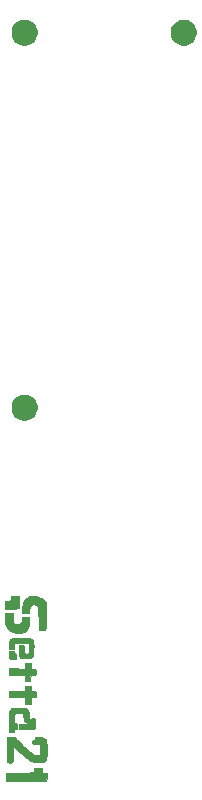
<source format=gts>
G04 #@! TF.GenerationSoftware,KiCad,Pcbnew,(5.1.5)-3*
G04 #@! TF.CreationDate,2021-03-06T01:37:59+09:00*
G04 #@! TF.ProjectId,Setta21_Top,53657474-6132-4315-9f54-6f702e6b6963,rev?*
G04 #@! TF.SameCoordinates,Original*
G04 #@! TF.FileFunction,Soldermask,Top*
G04 #@! TF.FilePolarity,Negative*
%FSLAX46Y46*%
G04 Gerber Fmt 4.6, Leading zero omitted, Abs format (unit mm)*
G04 Created by KiCad (PCBNEW (5.1.5)-3) date 2021-03-06 01:37:59*
%MOMM*%
%LPD*%
G04 APERTURE LIST*
%ADD10C,0.010000*%
%ADD11C,0.100000*%
G04 APERTURE END LIST*
D10*
G36*
X176391678Y-110804789D02*
G01*
X176375391Y-110973494D01*
X176347049Y-111145219D01*
X176310039Y-111298290D01*
X176279045Y-111386852D01*
X176199903Y-111519609D01*
X176088118Y-111640325D01*
X175960138Y-111733736D01*
X175856836Y-111778637D01*
X175734749Y-111801534D01*
X175579074Y-111813935D01*
X175408099Y-111816083D01*
X175240112Y-111808222D01*
X175093400Y-111790596D01*
X174996337Y-111767174D01*
X174790174Y-111670315D01*
X174616215Y-111538008D01*
X174481066Y-111377281D01*
X174391336Y-111195159D01*
X174365136Y-111096011D01*
X174355577Y-111019570D01*
X174347936Y-110908477D01*
X174342320Y-110774257D01*
X174338837Y-110628432D01*
X174337593Y-110482526D01*
X174338695Y-110348061D01*
X174342252Y-110236562D01*
X174348369Y-110159552D01*
X174356148Y-110129259D01*
X174390374Y-110121710D01*
X174468830Y-110115606D01*
X174579304Y-110111633D01*
X174690674Y-110110444D01*
X175006384Y-110110444D01*
X175024637Y-110326369D01*
X175034047Y-110462617D01*
X175040638Y-110605638D01*
X175042889Y-110715200D01*
X175061159Y-110871202D01*
X175117035Y-110985347D01*
X175212119Y-111059250D01*
X175348009Y-111094523D01*
X175422902Y-111098222D01*
X175515167Y-111090312D01*
X175587146Y-111058740D01*
X175654583Y-111003953D01*
X175711410Y-110946233D01*
X175745837Y-110889794D01*
X175766634Y-110814650D01*
X175780699Y-110716555D01*
X175795325Y-110616687D01*
X175811401Y-110539841D01*
X175825472Y-110502515D01*
X175825586Y-110502402D01*
X175861477Y-110495203D01*
X175940054Y-110493178D01*
X176047786Y-110496413D01*
X176115333Y-110500521D01*
X176383444Y-110519666D01*
X176392523Y-110660777D01*
X176391678Y-110804789D01*
G37*
X176391678Y-110804789D02*
X176375391Y-110973494D01*
X176347049Y-111145219D01*
X176310039Y-111298290D01*
X176279045Y-111386852D01*
X176199903Y-111519609D01*
X176088118Y-111640325D01*
X175960138Y-111733736D01*
X175856836Y-111778637D01*
X175734749Y-111801534D01*
X175579074Y-111813935D01*
X175408099Y-111816083D01*
X175240112Y-111808222D01*
X175093400Y-111790596D01*
X174996337Y-111767174D01*
X174790174Y-111670315D01*
X174616215Y-111538008D01*
X174481066Y-111377281D01*
X174391336Y-111195159D01*
X174365136Y-111096011D01*
X174355577Y-111019570D01*
X174347936Y-110908477D01*
X174342320Y-110774257D01*
X174338837Y-110628432D01*
X174337593Y-110482526D01*
X174338695Y-110348061D01*
X174342252Y-110236562D01*
X174348369Y-110159552D01*
X174356148Y-110129259D01*
X174390374Y-110121710D01*
X174468830Y-110115606D01*
X174579304Y-110111633D01*
X174690674Y-110110444D01*
X175006384Y-110110444D01*
X175024637Y-110326369D01*
X175034047Y-110462617D01*
X175040638Y-110605638D01*
X175042889Y-110715200D01*
X175061159Y-110871202D01*
X175117035Y-110985347D01*
X175212119Y-111059250D01*
X175348009Y-111094523D01*
X175422902Y-111098222D01*
X175515167Y-111090312D01*
X175587146Y-111058740D01*
X175654583Y-111003953D01*
X175711410Y-110946233D01*
X175745837Y-110889794D01*
X175766634Y-110814650D01*
X175780699Y-110716555D01*
X175795325Y-110616687D01*
X175811401Y-110539841D01*
X175825472Y-110502515D01*
X175825586Y-110502402D01*
X175861477Y-110495203D01*
X175940054Y-110493178D01*
X176047786Y-110496413D01*
X176115333Y-110500521D01*
X176383444Y-110519666D01*
X176392523Y-110660777D01*
X176391678Y-110804789D01*
G36*
X175521235Y-109395058D02*
G01*
X175516783Y-109550846D01*
X175509076Y-109657889D01*
X175497881Y-109720000D01*
X175488800Y-109737911D01*
X175454440Y-109751084D01*
X175378675Y-109760823D01*
X175257572Y-109767357D01*
X175087201Y-109770917D01*
X174910245Y-109771777D01*
X174365556Y-109771777D01*
X174365556Y-109466037D01*
X174367196Y-109339889D01*
X174371637Y-109235374D01*
X174378157Y-109164931D01*
X174384370Y-109141481D01*
X174421562Y-109130381D01*
X174494506Y-109123624D01*
X174537755Y-109122666D01*
X174635315Y-109116951D01*
X174720587Y-109102592D01*
X174743402Y-109095643D01*
X174781572Y-109076169D01*
X174803983Y-109044507D01*
X174815851Y-108986295D01*
X174822395Y-108887166D01*
X174822850Y-108876921D01*
X174831222Y-108685222D01*
X175176944Y-108677298D01*
X175522667Y-108669373D01*
X175522667Y-109186709D01*
X175521235Y-109395058D01*
G37*
X175521235Y-109395058D02*
X175516783Y-109550846D01*
X175509076Y-109657889D01*
X175497881Y-109720000D01*
X175488800Y-109737911D01*
X175454440Y-109751084D01*
X175378675Y-109760823D01*
X175257572Y-109767357D01*
X175087201Y-109770917D01*
X174910245Y-109771777D01*
X174365556Y-109771777D01*
X174365556Y-109466037D01*
X174367196Y-109339889D01*
X174371637Y-109235374D01*
X174378157Y-109164931D01*
X174384370Y-109141481D01*
X174421562Y-109130381D01*
X174494506Y-109123624D01*
X174537755Y-109122666D01*
X174635315Y-109116951D01*
X174720587Y-109102592D01*
X174743402Y-109095643D01*
X174781572Y-109076169D01*
X174803983Y-109044507D01*
X174815851Y-108986295D01*
X174822395Y-108887166D01*
X174822850Y-108876921D01*
X174831222Y-108685222D01*
X175176944Y-108677298D01*
X175522667Y-108669373D01*
X175522667Y-109186709D01*
X175521235Y-109395058D01*
G36*
X177893164Y-123777055D02*
G01*
X177890879Y-123849077D01*
X177884986Y-123956415D01*
X177876663Y-124078145D01*
X177874870Y-124101611D01*
X177856745Y-124334444D01*
X174704222Y-124334444D01*
X174704222Y-124223221D01*
X174697662Y-124148073D01*
X174681368Y-124099904D01*
X174676000Y-124094555D01*
X174658102Y-124107983D01*
X174648705Y-124169477D01*
X174647778Y-124206664D01*
X174638047Y-124302782D01*
X174604126Y-124351704D01*
X174538918Y-124360029D01*
X174492493Y-124351061D01*
X174462245Y-124341688D01*
X174442188Y-124324895D01*
X174430228Y-124290536D01*
X174424272Y-124228461D01*
X174422227Y-124128525D01*
X174422000Y-124009351D01*
X174422000Y-123685333D01*
X174965278Y-123685268D01*
X174972333Y-123685235D01*
X174972333Y-123826444D01*
X174934917Y-123849035D01*
X174930000Y-123868777D01*
X174952591Y-123906194D01*
X174972333Y-123911111D01*
X174972333Y-124136889D01*
X174937209Y-124151208D01*
X174935409Y-124167227D01*
X174964545Y-124196386D01*
X174972333Y-124197566D01*
X175005425Y-124175595D01*
X175009257Y-124167227D01*
X174995634Y-124141493D01*
X174972333Y-124136889D01*
X174972333Y-123911111D01*
X175009750Y-123888520D01*
X175014667Y-123868777D01*
X174992076Y-123831361D01*
X174972333Y-123826444D01*
X174972333Y-123685235D01*
X175167502Y-123684320D01*
X175406678Y-123681720D01*
X175663347Y-123677770D01*
X175918051Y-123672771D01*
X176151332Y-123667025D01*
X176163576Y-123666682D01*
X176818597Y-123648160D01*
X176826798Y-123448024D01*
X176835000Y-123247889D01*
X177138389Y-123239878D01*
X177441778Y-123231868D01*
X177441778Y-123402156D01*
X177450939Y-123532204D01*
X177484199Y-123616652D01*
X177550222Y-123664193D01*
X177657671Y-123683522D01*
X177724000Y-123685333D01*
X177893333Y-123685333D01*
X177893164Y-123777055D01*
G37*
X177893164Y-123777055D02*
X177890879Y-123849077D01*
X177884986Y-123956415D01*
X177876663Y-124078145D01*
X177874870Y-124101611D01*
X177856745Y-124334444D01*
X174704222Y-124334444D01*
X174704222Y-124223221D01*
X174697662Y-124148073D01*
X174681368Y-124099904D01*
X174676000Y-124094555D01*
X174658102Y-124107983D01*
X174648705Y-124169477D01*
X174647778Y-124206664D01*
X174638047Y-124302782D01*
X174604126Y-124351704D01*
X174538918Y-124360029D01*
X174492493Y-124351061D01*
X174462245Y-124341688D01*
X174442188Y-124324895D01*
X174430228Y-124290536D01*
X174424272Y-124228461D01*
X174422227Y-124128525D01*
X174422000Y-124009351D01*
X174422000Y-123685333D01*
X174965278Y-123685268D01*
X174972333Y-123685235D01*
X174972333Y-123826444D01*
X174934917Y-123849035D01*
X174930000Y-123868777D01*
X174952591Y-123906194D01*
X174972333Y-123911111D01*
X174972333Y-124136889D01*
X174937209Y-124151208D01*
X174935409Y-124167227D01*
X174964545Y-124196386D01*
X174972333Y-124197566D01*
X175005425Y-124175595D01*
X175009257Y-124167227D01*
X174995634Y-124141493D01*
X174972333Y-124136889D01*
X174972333Y-123911111D01*
X175009750Y-123888520D01*
X175014667Y-123868777D01*
X174992076Y-123831361D01*
X174972333Y-123826444D01*
X174972333Y-123685235D01*
X175167502Y-123684320D01*
X175406678Y-123681720D01*
X175663347Y-123677770D01*
X175918051Y-123672771D01*
X176151332Y-123667025D01*
X176163576Y-123666682D01*
X176818597Y-123648160D01*
X176826798Y-123448024D01*
X176835000Y-123247889D01*
X177138389Y-123239878D01*
X177441778Y-123231868D01*
X177441778Y-123402156D01*
X177450939Y-123532204D01*
X177484199Y-123616652D01*
X177550222Y-123664193D01*
X177657671Y-123683522D01*
X177724000Y-123685333D01*
X177893333Y-123685333D01*
X177893164Y-123777055D01*
G36*
X177864590Y-121723889D02*
G01*
X177864193Y-121971226D01*
X177862480Y-122168546D01*
X177858343Y-122322273D01*
X177850674Y-122438834D01*
X177838363Y-122524655D01*
X177820304Y-122586160D01*
X177795388Y-122629778D01*
X177762506Y-122661932D01*
X177720551Y-122689049D01*
X177695778Y-122702752D01*
X177656671Y-122721625D01*
X177613813Y-122734919D01*
X177558079Y-122743145D01*
X177480343Y-122746812D01*
X177371480Y-122746428D01*
X177222364Y-122742504D01*
X177074889Y-122737410D01*
X176905404Y-122729875D01*
X176752609Y-122720449D01*
X176626594Y-122709964D01*
X176537450Y-122699250D01*
X176496333Y-122689734D01*
X176469175Y-122674680D01*
X176437698Y-122653952D01*
X176397206Y-122623558D01*
X176343003Y-122579506D01*
X176270392Y-122517804D01*
X176174678Y-122434459D01*
X176051165Y-122325479D01*
X175895156Y-122186872D01*
X175701954Y-122014645D01*
X175696799Y-122010045D01*
X175544172Y-121874281D01*
X175404200Y-121750568D01*
X175282721Y-121644002D01*
X175185574Y-121559681D01*
X175118597Y-121502701D01*
X175087629Y-121478159D01*
X175087321Y-121477979D01*
X175075005Y-121482443D01*
X175064844Y-121514755D01*
X175056367Y-121580385D01*
X175049100Y-121684802D01*
X175042570Y-121833475D01*
X175036305Y-122031874D01*
X175034862Y-122084727D01*
X175018123Y-122711607D01*
X174944266Y-122775137D01*
X174843503Y-122827565D01*
X174727311Y-122836123D01*
X174613142Y-122802819D01*
X174518448Y-122729660D01*
X174515183Y-122725777D01*
X174505383Y-122699208D01*
X174497384Y-122642753D01*
X174491046Y-122552229D01*
X174486229Y-122423450D01*
X174482792Y-122252233D01*
X174480593Y-122034392D01*
X174479493Y-121765745D01*
X174479342Y-121660389D01*
X174478444Y-120637333D01*
X174873556Y-120637333D01*
X174873556Y-122528222D01*
X174846153Y-122549698D01*
X174845333Y-122556444D01*
X174866810Y-122583846D01*
X174873556Y-122584666D01*
X174900958Y-122563190D01*
X174901778Y-122556444D01*
X174880301Y-122529042D01*
X174873556Y-122528222D01*
X174873556Y-120637333D01*
X175097449Y-120637333D01*
X175246558Y-120768518D01*
X175304680Y-120820955D01*
X175397299Y-120906126D01*
X175517907Y-121017972D01*
X175659998Y-121150436D01*
X175817063Y-121297461D01*
X175982597Y-121452990D01*
X176042431Y-121509351D01*
X176203813Y-121660817D01*
X176354230Y-121800745D01*
X176488201Y-121924136D01*
X176600247Y-122025986D01*
X176684886Y-122101295D01*
X176736639Y-122145060D01*
X176747987Y-122153277D01*
X176808057Y-122171079D01*
X176904871Y-122182936D01*
X177018969Y-122188111D01*
X177130893Y-122185869D01*
X177221183Y-122175475D01*
X177237167Y-122171767D01*
X177261810Y-122163143D01*
X177279068Y-122146775D01*
X177290241Y-122113787D01*
X177296633Y-122055303D01*
X177299544Y-121962448D01*
X177300276Y-121826345D01*
X177300235Y-121741764D01*
X177298378Y-121592161D01*
X177293566Y-121460886D01*
X177286450Y-121359162D01*
X177277681Y-121298213D01*
X177273899Y-121287831D01*
X177241573Y-121266128D01*
X177171521Y-121250432D01*
X177056435Y-121239469D01*
X176970942Y-121234980D01*
X176841676Y-121226366D01*
X176742216Y-121213667D01*
X176683436Y-121198480D01*
X176673154Y-121191259D01*
X176655940Y-121131679D01*
X176653404Y-121048145D01*
X176666152Y-120971364D01*
X176668686Y-120964197D01*
X176708363Y-120929879D01*
X176764008Y-120919555D01*
X176843990Y-120902775D01*
X176890890Y-120847308D01*
X176910114Y-120764333D01*
X176919667Y-120679666D01*
X177216000Y-120671511D01*
X177417509Y-120673216D01*
X177572035Y-120692288D01*
X177686950Y-120730878D01*
X177769627Y-120791138D01*
X177810950Y-120845191D01*
X177826887Y-120874988D01*
X177839347Y-120910532D01*
X177848751Y-120958694D01*
X177855517Y-121026345D01*
X177860065Y-121120358D01*
X177862815Y-121247602D01*
X177864186Y-121414951D01*
X177864597Y-121629275D01*
X177864590Y-121723889D01*
G37*
X177864590Y-121723889D02*
X177864193Y-121971226D01*
X177862480Y-122168546D01*
X177858343Y-122322273D01*
X177850674Y-122438834D01*
X177838363Y-122524655D01*
X177820304Y-122586160D01*
X177795388Y-122629778D01*
X177762506Y-122661932D01*
X177720551Y-122689049D01*
X177695778Y-122702752D01*
X177656671Y-122721625D01*
X177613813Y-122734919D01*
X177558079Y-122743145D01*
X177480343Y-122746812D01*
X177371480Y-122746428D01*
X177222364Y-122742504D01*
X177074889Y-122737410D01*
X176905404Y-122729875D01*
X176752609Y-122720449D01*
X176626594Y-122709964D01*
X176537450Y-122699250D01*
X176496333Y-122689734D01*
X176469175Y-122674680D01*
X176437698Y-122653952D01*
X176397206Y-122623558D01*
X176343003Y-122579506D01*
X176270392Y-122517804D01*
X176174678Y-122434459D01*
X176051165Y-122325479D01*
X175895156Y-122186872D01*
X175701954Y-122014645D01*
X175696799Y-122010045D01*
X175544172Y-121874281D01*
X175404200Y-121750568D01*
X175282721Y-121644002D01*
X175185574Y-121559681D01*
X175118597Y-121502701D01*
X175087629Y-121478159D01*
X175087321Y-121477979D01*
X175075005Y-121482443D01*
X175064844Y-121514755D01*
X175056367Y-121580385D01*
X175049100Y-121684802D01*
X175042570Y-121833475D01*
X175036305Y-122031874D01*
X175034862Y-122084727D01*
X175018123Y-122711607D01*
X174944266Y-122775137D01*
X174843503Y-122827565D01*
X174727311Y-122836123D01*
X174613142Y-122802819D01*
X174518448Y-122729660D01*
X174515183Y-122725777D01*
X174505383Y-122699208D01*
X174497384Y-122642753D01*
X174491046Y-122552229D01*
X174486229Y-122423450D01*
X174482792Y-122252233D01*
X174480593Y-122034392D01*
X174479493Y-121765745D01*
X174479342Y-121660389D01*
X174478444Y-120637333D01*
X174873556Y-120637333D01*
X174873556Y-122528222D01*
X174846153Y-122549698D01*
X174845333Y-122556444D01*
X174866810Y-122583846D01*
X174873556Y-122584666D01*
X174900958Y-122563190D01*
X174901778Y-122556444D01*
X174880301Y-122529042D01*
X174873556Y-122528222D01*
X174873556Y-120637333D01*
X175097449Y-120637333D01*
X175246558Y-120768518D01*
X175304680Y-120820955D01*
X175397299Y-120906126D01*
X175517907Y-121017972D01*
X175659998Y-121150436D01*
X175817063Y-121297461D01*
X175982597Y-121452990D01*
X176042431Y-121509351D01*
X176203813Y-121660817D01*
X176354230Y-121800745D01*
X176488201Y-121924136D01*
X176600247Y-122025986D01*
X176684886Y-122101295D01*
X176736639Y-122145060D01*
X176747987Y-122153277D01*
X176808057Y-122171079D01*
X176904871Y-122182936D01*
X177018969Y-122188111D01*
X177130893Y-122185869D01*
X177221183Y-122175475D01*
X177237167Y-122171767D01*
X177261810Y-122163143D01*
X177279068Y-122146775D01*
X177290241Y-122113787D01*
X177296633Y-122055303D01*
X177299544Y-121962448D01*
X177300276Y-121826345D01*
X177300235Y-121741764D01*
X177298378Y-121592161D01*
X177293566Y-121460886D01*
X177286450Y-121359162D01*
X177277681Y-121298213D01*
X177273899Y-121287831D01*
X177241573Y-121266128D01*
X177171521Y-121250432D01*
X177056435Y-121239469D01*
X176970942Y-121234980D01*
X176841676Y-121226366D01*
X176742216Y-121213667D01*
X176683436Y-121198480D01*
X176673154Y-121191259D01*
X176655940Y-121131679D01*
X176653404Y-121048145D01*
X176666152Y-120971364D01*
X176668686Y-120964197D01*
X176708363Y-120929879D01*
X176764008Y-120919555D01*
X176843990Y-120902775D01*
X176890890Y-120847308D01*
X176910114Y-120764333D01*
X176919667Y-120679666D01*
X177216000Y-120671511D01*
X177417509Y-120673216D01*
X177572035Y-120692288D01*
X177686950Y-120730878D01*
X177769627Y-120791138D01*
X177810950Y-120845191D01*
X177826887Y-120874988D01*
X177839347Y-120910532D01*
X177848751Y-120958694D01*
X177855517Y-121026345D01*
X177860065Y-121120358D01*
X177862815Y-121247602D01*
X177864186Y-121414951D01*
X177864597Y-121629275D01*
X177864590Y-121723889D01*
G36*
X176757934Y-113136738D02*
G01*
X176757668Y-113151413D01*
X176753645Y-113347452D01*
X176749164Y-113495315D01*
X176743371Y-113603265D01*
X176735409Y-113679569D01*
X176724425Y-113732492D01*
X176709562Y-113770301D01*
X176690504Y-113800524D01*
X176620316Y-113876772D01*
X176532703Y-113930323D01*
X176417736Y-113964321D01*
X176265490Y-113981912D01*
X176104091Y-113986303D01*
X175909480Y-113980611D01*
X175763243Y-113961067D01*
X175658552Y-113925592D01*
X175588578Y-113872105D01*
X175554799Y-113818978D01*
X175541725Y-113760237D01*
X175531720Y-113652265D01*
X175525227Y-113502215D01*
X175522686Y-113317239D01*
X175522667Y-113298227D01*
X175522667Y-112848000D01*
X175716931Y-112848000D01*
X175805411Y-112848864D01*
X175867444Y-112857132D01*
X175907737Y-112881312D01*
X175931000Y-112929916D01*
X175941943Y-113011453D01*
X175945275Y-113134435D01*
X175945615Y-113261258D01*
X175946888Y-113399461D01*
X175954426Y-113490862D01*
X175974475Y-113545102D01*
X176013278Y-113571824D01*
X176077081Y-113580670D01*
X176152919Y-113581345D01*
X176228175Y-113579286D01*
X176281881Y-113568241D01*
X176318013Y-113539946D01*
X176340550Y-113486134D01*
X176353468Y-113398543D01*
X176360743Y-113268906D01*
X176364836Y-113140952D01*
X176368744Y-112984327D01*
X176369160Y-112874491D01*
X176365184Y-112801848D01*
X176355917Y-112756802D01*
X176340460Y-112729756D01*
X176325019Y-112716061D01*
X176288993Y-112701499D01*
X176222624Y-112691221D01*
X176119385Y-112684819D01*
X175972753Y-112681887D01*
X175778328Y-112682005D01*
X175610477Y-112684112D01*
X175456829Y-112687852D01*
X175328571Y-112692811D01*
X175236894Y-112698580D01*
X175198111Y-112703348D01*
X175113444Y-112721352D01*
X175085222Y-113229000D01*
X174661889Y-113229000D01*
X174655002Y-112918555D01*
X174653795Y-112765189D01*
X174658952Y-112655543D01*
X174671702Y-112577124D01*
X174693274Y-112517441D01*
X174694767Y-112514402D01*
X174744554Y-112433006D01*
X174808368Y-112367555D01*
X174892062Y-112316646D01*
X175001488Y-112278877D01*
X175142498Y-112252845D01*
X175320943Y-112237149D01*
X175542677Y-112230385D01*
X175813551Y-112231152D01*
X175872956Y-112232066D01*
X176061415Y-112235616D01*
X176202783Y-112239702D01*
X176306411Y-112245444D01*
X176381649Y-112253966D01*
X176437849Y-112266389D01*
X176484359Y-112283834D01*
X176530532Y-112307424D01*
X176538667Y-112311929D01*
X176610427Y-112355121D01*
X176665465Y-112399905D01*
X176705807Y-112454043D01*
X176733476Y-112525299D01*
X176750498Y-112621434D01*
X176758899Y-112750210D01*
X176760703Y-112919391D01*
X176757934Y-113136738D01*
G37*
X176757934Y-113136738D02*
X176757668Y-113151413D01*
X176753645Y-113347452D01*
X176749164Y-113495315D01*
X176743371Y-113603265D01*
X176735409Y-113679569D01*
X176724425Y-113732492D01*
X176709562Y-113770301D01*
X176690504Y-113800524D01*
X176620316Y-113876772D01*
X176532703Y-113930323D01*
X176417736Y-113964321D01*
X176265490Y-113981912D01*
X176104091Y-113986303D01*
X175909480Y-113980611D01*
X175763243Y-113961067D01*
X175658552Y-113925592D01*
X175588578Y-113872105D01*
X175554799Y-113818978D01*
X175541725Y-113760237D01*
X175531720Y-113652265D01*
X175525227Y-113502215D01*
X175522686Y-113317239D01*
X175522667Y-113298227D01*
X175522667Y-112848000D01*
X175716931Y-112848000D01*
X175805411Y-112848864D01*
X175867444Y-112857132D01*
X175907737Y-112881312D01*
X175931000Y-112929916D01*
X175941943Y-113011453D01*
X175945275Y-113134435D01*
X175945615Y-113261258D01*
X175946888Y-113399461D01*
X175954426Y-113490862D01*
X175974475Y-113545102D01*
X176013278Y-113571824D01*
X176077081Y-113580670D01*
X176152919Y-113581345D01*
X176228175Y-113579286D01*
X176281881Y-113568241D01*
X176318013Y-113539946D01*
X176340550Y-113486134D01*
X176353468Y-113398543D01*
X176360743Y-113268906D01*
X176364836Y-113140952D01*
X176368744Y-112984327D01*
X176369160Y-112874491D01*
X176365184Y-112801848D01*
X176355917Y-112756802D01*
X176340460Y-112729756D01*
X176325019Y-112716061D01*
X176288993Y-112701499D01*
X176222624Y-112691221D01*
X176119385Y-112684819D01*
X175972753Y-112681887D01*
X175778328Y-112682005D01*
X175610477Y-112684112D01*
X175456829Y-112687852D01*
X175328571Y-112692811D01*
X175236894Y-112698580D01*
X175198111Y-112703348D01*
X175113444Y-112721352D01*
X175085222Y-113229000D01*
X174661889Y-113229000D01*
X174655002Y-112918555D01*
X174653795Y-112765189D01*
X174658952Y-112655543D01*
X174671702Y-112577124D01*
X174693274Y-112517441D01*
X174694767Y-112514402D01*
X174744554Y-112433006D01*
X174808368Y-112367555D01*
X174892062Y-112316646D01*
X175001488Y-112278877D01*
X175142498Y-112252845D01*
X175320943Y-112237149D01*
X175542677Y-112230385D01*
X175813551Y-112231152D01*
X175872956Y-112232066D01*
X176061415Y-112235616D01*
X176202783Y-112239702D01*
X176306411Y-112245444D01*
X176381649Y-112253966D01*
X176437849Y-112266389D01*
X176484359Y-112283834D01*
X176530532Y-112307424D01*
X176538667Y-112311929D01*
X176610427Y-112355121D01*
X176665465Y-112399905D01*
X176705807Y-112454043D01*
X176733476Y-112525299D01*
X176750498Y-112621434D01*
X176758899Y-112750210D01*
X176760703Y-112919391D01*
X176757934Y-113136738D01*
G36*
X175018211Y-114005111D02*
G01*
X174893723Y-114003457D01*
X174787584Y-113999008D01*
X174714432Y-113992533D01*
X174692419Y-113987980D01*
X174671693Y-113970547D01*
X174658346Y-113930731D01*
X174650934Y-113858595D01*
X174648013Y-113744199D01*
X174647778Y-113680824D01*
X174647778Y-113390797D01*
X174824841Y-113371836D01*
X174951294Y-113362644D01*
X175032808Y-113370214D01*
X175079378Y-113398343D01*
X175100999Y-113450830D01*
X175104780Y-113478223D01*
X175120619Y-113543742D01*
X175162961Y-113573904D01*
X175198111Y-113581845D01*
X175241837Y-113591525D01*
X175267712Y-113610641D01*
X175281239Y-113652151D01*
X175287924Y-113729014D01*
X175291070Y-113800690D01*
X175299362Y-114005111D01*
X175018211Y-114005111D01*
G37*
X175018211Y-114005111D02*
X174893723Y-114003457D01*
X174787584Y-113999008D01*
X174714432Y-113992533D01*
X174692419Y-113987980D01*
X174671693Y-113970547D01*
X174658346Y-113930731D01*
X174650934Y-113858595D01*
X174648013Y-113744199D01*
X174647778Y-113680824D01*
X174647778Y-113390797D01*
X174824841Y-113371836D01*
X174951294Y-113362644D01*
X175032808Y-113370214D01*
X175079378Y-113398343D01*
X175100999Y-113450830D01*
X175104780Y-113478223D01*
X175120619Y-113543742D01*
X175162961Y-113573904D01*
X175198111Y-113581845D01*
X175241837Y-113591525D01*
X175267712Y-113610641D01*
X175281239Y-113652151D01*
X175287924Y-113729014D01*
X175291070Y-113800690D01*
X175299362Y-114005111D01*
X175018211Y-114005111D01*
G36*
X175974448Y-115067707D02*
G01*
X175969124Y-115165356D01*
X175968604Y-115176923D01*
X175960111Y-115373889D01*
X174661889Y-115373889D01*
X174653805Y-115115134D01*
X174652894Y-114999865D01*
X174657211Y-114907267D01*
X174665884Y-114850834D01*
X174671540Y-114840423D01*
X174706159Y-114836571D01*
X174788717Y-114834668D01*
X174910745Y-114834686D01*
X175063773Y-114836597D01*
X175239331Y-114840370D01*
X175322275Y-114842635D01*
X175532324Y-114848241D01*
X175692583Y-114853526D01*
X175809587Y-114861868D01*
X175889869Y-114876646D01*
X175939963Y-114901239D01*
X175966401Y-114939028D01*
X175975718Y-114993391D01*
X175974448Y-115067707D01*
G37*
X175974448Y-115067707D02*
X175969124Y-115165356D01*
X175968604Y-115176923D01*
X175960111Y-115373889D01*
X174661889Y-115373889D01*
X174653805Y-115115134D01*
X174652894Y-114999865D01*
X174657211Y-114907267D01*
X174665884Y-114850834D01*
X174671540Y-114840423D01*
X174706159Y-114836571D01*
X174788717Y-114834668D01*
X174910745Y-114834686D01*
X175063773Y-114836597D01*
X175239331Y-114840370D01*
X175322275Y-114842635D01*
X175532324Y-114848241D01*
X175692583Y-114853526D01*
X175809587Y-114861868D01*
X175889869Y-114876646D01*
X175939963Y-114901239D01*
X175966401Y-114939028D01*
X175975718Y-114993391D01*
X175974448Y-115067707D01*
G36*
X174661889Y-117293000D02*
G01*
X174653768Y-117031467D01*
X174651848Y-116899333D01*
X174656562Y-116814765D01*
X174668832Y-116769174D01*
X174683359Y-116755463D01*
X174721608Y-116752196D01*
X174807532Y-116751156D01*
X174932411Y-116752243D01*
X175087523Y-116755358D01*
X175264149Y-116760400D01*
X175340591Y-116762996D01*
X175960111Y-116785000D01*
X175960111Y-117293000D01*
X174661889Y-117293000D01*
G37*
X174661889Y-117293000D02*
X174653768Y-117031467D01*
X174651848Y-116899333D01*
X174656562Y-116814765D01*
X174668832Y-116769174D01*
X174683359Y-116755463D01*
X174721608Y-116752196D01*
X174807532Y-116751156D01*
X174932411Y-116752243D01*
X175087523Y-116755358D01*
X175264149Y-116760400D01*
X175340591Y-116762996D01*
X175960111Y-116785000D01*
X175960111Y-117293000D01*
X174661889Y-117293000D01*
G36*
X176150611Y-119333242D02*
G01*
X175931889Y-119325000D01*
X175903667Y-118647666D01*
X175540714Y-118639744D01*
X175359244Y-118638561D01*
X175230311Y-118644001D01*
X175155356Y-118655978D01*
X175139419Y-118663643D01*
X175120377Y-118700092D01*
X175106640Y-118776904D01*
X175097457Y-118899912D01*
X175093150Y-119024343D01*
X175085222Y-119353222D01*
X174890193Y-119361670D01*
X174769667Y-119362388D01*
X174698090Y-119351244D01*
X174671903Y-119333448D01*
X174663148Y-119292610D01*
X174655873Y-119207252D01*
X174650771Y-119089296D01*
X174648531Y-118950662D01*
X174648486Y-118929889D01*
X174649443Y-118773591D01*
X174653650Y-118660359D01*
X174662870Y-118576830D01*
X174678871Y-118509644D01*
X174703419Y-118445442D01*
X174716271Y-118417077D01*
X174763763Y-118330702D01*
X174813343Y-118264391D01*
X174841140Y-118240688D01*
X174890994Y-118229798D01*
X174993245Y-118221133D01*
X175143883Y-118214871D01*
X175338899Y-118211190D01*
X175530003Y-118210222D01*
X175734609Y-118210394D01*
X175890328Y-118211377D01*
X176004718Y-118213868D01*
X176085337Y-118218564D01*
X176139743Y-118226164D01*
X176175492Y-118237365D01*
X176200144Y-118252866D01*
X176221256Y-118273363D01*
X176221956Y-118274107D01*
X176277504Y-118343099D01*
X176317648Y-118420635D01*
X176344634Y-118516920D01*
X176360706Y-118642159D01*
X176368107Y-118806559D01*
X176369333Y-118944280D01*
X176369333Y-119341485D01*
X176150611Y-119333242D01*
G37*
X176150611Y-119333242D02*
X175931889Y-119325000D01*
X175903667Y-118647666D01*
X175540714Y-118639744D01*
X175359244Y-118638561D01*
X175230311Y-118644001D01*
X175155356Y-118655978D01*
X175139419Y-118663643D01*
X175120377Y-118700092D01*
X175106640Y-118776904D01*
X175097457Y-118899912D01*
X175093150Y-119024343D01*
X175085222Y-119353222D01*
X174890193Y-119361670D01*
X174769667Y-119362388D01*
X174698090Y-119351244D01*
X174671903Y-119333448D01*
X174663148Y-119292610D01*
X174655873Y-119207252D01*
X174650771Y-119089296D01*
X174648531Y-118950662D01*
X174648486Y-118929889D01*
X174649443Y-118773591D01*
X174653650Y-118660359D01*
X174662870Y-118576830D01*
X174678871Y-118509644D01*
X174703419Y-118445442D01*
X174716271Y-118417077D01*
X174763763Y-118330702D01*
X174813343Y-118264391D01*
X174841140Y-118240688D01*
X174890994Y-118229798D01*
X174993245Y-118221133D01*
X175143883Y-118214871D01*
X175338899Y-118211190D01*
X175530003Y-118210222D01*
X175734609Y-118210394D01*
X175890328Y-118211377D01*
X176004718Y-118213868D01*
X176085337Y-118218564D01*
X176139743Y-118226164D01*
X176175492Y-118237365D01*
X176200144Y-118252866D01*
X176221256Y-118273363D01*
X176221956Y-118274107D01*
X176277504Y-118343099D01*
X176317648Y-118420635D01*
X176344634Y-118516920D01*
X176360706Y-118642159D01*
X176368107Y-118806559D01*
X176369333Y-118944280D01*
X176369333Y-119341485D01*
X176150611Y-119333242D01*
G36*
X175246089Y-119931777D02*
G01*
X175148256Y-119944176D01*
X175093355Y-119987476D01*
X175072232Y-120070831D01*
X175071111Y-120106755D01*
X175071111Y-120214000D01*
X174647778Y-120214000D01*
X174647778Y-119851814D01*
X174649168Y-119714151D01*
X174652967Y-119597500D01*
X174658617Y-119513149D01*
X174665561Y-119472388D01*
X174666593Y-119470814D01*
X174705826Y-119459654D01*
X174786599Y-119453084D01*
X174894218Y-119450764D01*
X175013995Y-119452357D01*
X175131238Y-119457523D01*
X175231257Y-119465924D01*
X175299361Y-119477221D01*
X175319467Y-119485866D01*
X175337905Y-119532904D01*
X175349782Y-119623059D01*
X175353333Y-119725755D01*
X175353333Y-119931777D01*
X175246089Y-119931777D01*
G37*
X175246089Y-119931777D02*
X175148256Y-119944176D01*
X175093355Y-119987476D01*
X175072232Y-120070831D01*
X175071111Y-120106755D01*
X175071111Y-120214000D01*
X174647778Y-120214000D01*
X174647778Y-119851814D01*
X174649168Y-119714151D01*
X174652967Y-119597500D01*
X174658617Y-119513149D01*
X174665561Y-119472388D01*
X174666593Y-119470814D01*
X174705826Y-119459654D01*
X174786599Y-119453084D01*
X174894218Y-119450764D01*
X175013995Y-119452357D01*
X175131238Y-119457523D01*
X175231257Y-119465924D01*
X175299361Y-119477221D01*
X175319467Y-119485866D01*
X175337905Y-119532904D01*
X175349782Y-119623059D01*
X175353333Y-119725755D01*
X175353333Y-119931777D01*
X175246089Y-119931777D01*
G36*
X176905072Y-119375845D02*
G01*
X176900680Y-119520917D01*
X176900547Y-119524894D01*
X176894013Y-119679354D01*
X176885458Y-119787314D01*
X176873373Y-119858719D01*
X176856248Y-119903512D01*
X176839811Y-119925005D01*
X176818037Y-119941190D01*
X176784276Y-119953697D01*
X176731243Y-119963147D01*
X176651656Y-119970159D01*
X176538229Y-119975352D01*
X176383678Y-119979347D01*
X176180720Y-119982762D01*
X176156714Y-119983106D01*
X175522667Y-119992102D01*
X175522667Y-119508444D01*
X175910722Y-119505631D01*
X176094656Y-119503808D01*
X176230007Y-119499486D01*
X176324637Y-119489802D01*
X176386404Y-119471891D01*
X176423170Y-119442891D01*
X176442796Y-119399936D01*
X176453142Y-119340163D01*
X176456905Y-119306637D01*
X176474264Y-119187401D01*
X176496616Y-119118028D01*
X176526949Y-119091972D01*
X176553297Y-119095516D01*
X176594063Y-119086812D01*
X176606001Y-119069218D01*
X176645085Y-119034601D01*
X176711033Y-119032590D01*
X176786421Y-119060795D01*
X176839621Y-119101278D01*
X176869729Y-119133366D01*
X176889719Y-119165682D01*
X176901200Y-119209412D01*
X176905782Y-119275738D01*
X176905072Y-119375845D01*
G37*
X176905072Y-119375845D02*
X176900680Y-119520917D01*
X176900547Y-119524894D01*
X176894013Y-119679354D01*
X176885458Y-119787314D01*
X176873373Y-119858719D01*
X176856248Y-119903512D01*
X176839811Y-119925005D01*
X176818037Y-119941190D01*
X176784276Y-119953697D01*
X176731243Y-119963147D01*
X176651656Y-119970159D01*
X176538229Y-119975352D01*
X176383678Y-119979347D01*
X176180720Y-119982762D01*
X176156714Y-119983106D01*
X175522667Y-119992102D01*
X175522667Y-119508444D01*
X175910722Y-119505631D01*
X176094656Y-119503808D01*
X176230007Y-119499486D01*
X176324637Y-119489802D01*
X176386404Y-119471891D01*
X176423170Y-119442891D01*
X176442796Y-119399936D01*
X176453142Y-119340163D01*
X176456905Y-119306637D01*
X176474264Y-119187401D01*
X176496616Y-119118028D01*
X176526949Y-119091972D01*
X176553297Y-119095516D01*
X176594063Y-119086812D01*
X176606001Y-119069218D01*
X176645085Y-119034601D01*
X176711033Y-119032590D01*
X176786421Y-119060795D01*
X176839621Y-119101278D01*
X176869729Y-119133366D01*
X176889719Y-119165682D01*
X176901200Y-119209412D01*
X176905782Y-119275738D01*
X176905072Y-119375845D01*
G36*
X177833867Y-110286899D02*
G01*
X177833797Y-110322111D01*
X177832865Y-110609619D01*
X177831038Y-110846095D01*
X177827833Y-111036949D01*
X177822767Y-111187592D01*
X177815357Y-111303435D01*
X177805120Y-111389887D01*
X177791572Y-111452360D01*
X177774230Y-111496265D01*
X177752612Y-111527011D01*
X177726233Y-111550009D01*
X177724000Y-111551607D01*
X177621213Y-111609455D01*
X177541092Y-111619260D01*
X177482297Y-111586265D01*
X177440630Y-111555785D01*
X177420527Y-111571196D01*
X177386144Y-111602504D01*
X177329233Y-111598543D01*
X177269473Y-111561522D01*
X177261571Y-111553354D01*
X177247986Y-111532683D01*
X177236718Y-111499616D01*
X177227317Y-111448205D01*
X177219338Y-111372506D01*
X177212332Y-111266573D01*
X177205853Y-111124458D01*
X177199452Y-110940217D01*
X177192684Y-110707904D01*
X177189724Y-110598360D01*
X177182076Y-110322452D01*
X177174291Y-110097322D01*
X177164910Y-109917316D01*
X177152471Y-109776783D01*
X177135515Y-109670070D01*
X177112582Y-109591524D01*
X177082211Y-109535495D01*
X177042943Y-109496328D01*
X176993317Y-109468374D01*
X176931874Y-109445978D01*
X176888630Y-109432829D01*
X176809521Y-109414655D01*
X176743948Y-109418521D01*
X176663355Y-109447090D01*
X176643689Y-109455663D01*
X176546408Y-109512569D01*
X176478861Y-109589510D01*
X176435337Y-109697179D01*
X176410122Y-109846265D01*
X176405168Y-109902065D01*
X176389409Y-110110444D01*
X176287649Y-110110645D01*
X176204962Y-110113484D01*
X176092890Y-110120658D01*
X175995389Y-110128837D01*
X175804889Y-110146828D01*
X175808410Y-109881692D01*
X175812384Y-109744184D01*
X175819898Y-109609097D01*
X175829561Y-109499527D01*
X175833078Y-109472261D01*
X175877178Y-109262415D01*
X175943510Y-109096054D01*
X176036412Y-108963128D01*
X176066414Y-108931862D01*
X176183090Y-108834194D01*
X176307496Y-108768198D01*
X176455067Y-108727938D01*
X176641238Y-108707480D01*
X176651556Y-108706886D01*
X176932511Y-108712658D01*
X177180386Y-108762653D01*
X177394063Y-108856291D01*
X177432370Y-108885649D01*
X177432370Y-111333407D01*
X177415592Y-111337281D01*
X177413556Y-111352222D01*
X177423882Y-111375452D01*
X177432370Y-111371037D01*
X177435748Y-111337543D01*
X177432370Y-111333407D01*
X177432370Y-108885649D01*
X177572426Y-108992990D01*
X177639333Y-109077455D01*
X177639333Y-111098222D01*
X177611931Y-111119698D01*
X177611111Y-111126444D01*
X177632588Y-111153846D01*
X177639333Y-111154666D01*
X177666736Y-111133190D01*
X177667556Y-111126444D01*
X177646079Y-111099042D01*
X177639333Y-111098222D01*
X177639333Y-109077455D01*
X177714357Y-109172168D01*
X177778772Y-109293621D01*
X177794570Y-109331436D01*
X177807125Y-109371964D01*
X177816788Y-109421815D01*
X177823914Y-109487600D01*
X177828857Y-109575930D01*
X177831970Y-109693414D01*
X177833607Y-109846663D01*
X177834121Y-110042288D01*
X177833867Y-110286899D01*
G37*
X177833867Y-110286899D02*
X177833797Y-110322111D01*
X177832865Y-110609619D01*
X177831038Y-110846095D01*
X177827833Y-111036949D01*
X177822767Y-111187592D01*
X177815357Y-111303435D01*
X177805120Y-111389887D01*
X177791572Y-111452360D01*
X177774230Y-111496265D01*
X177752612Y-111527011D01*
X177726233Y-111550009D01*
X177724000Y-111551607D01*
X177621213Y-111609455D01*
X177541092Y-111619260D01*
X177482297Y-111586265D01*
X177440630Y-111555785D01*
X177420527Y-111571196D01*
X177386144Y-111602504D01*
X177329233Y-111598543D01*
X177269473Y-111561522D01*
X177261571Y-111553354D01*
X177247986Y-111532683D01*
X177236718Y-111499616D01*
X177227317Y-111448205D01*
X177219338Y-111372506D01*
X177212332Y-111266573D01*
X177205853Y-111124458D01*
X177199452Y-110940217D01*
X177192684Y-110707904D01*
X177189724Y-110598360D01*
X177182076Y-110322452D01*
X177174291Y-110097322D01*
X177164910Y-109917316D01*
X177152471Y-109776783D01*
X177135515Y-109670070D01*
X177112582Y-109591524D01*
X177082211Y-109535495D01*
X177042943Y-109496328D01*
X176993317Y-109468374D01*
X176931874Y-109445978D01*
X176888630Y-109432829D01*
X176809521Y-109414655D01*
X176743948Y-109418521D01*
X176663355Y-109447090D01*
X176643689Y-109455663D01*
X176546408Y-109512569D01*
X176478861Y-109589510D01*
X176435337Y-109697179D01*
X176410122Y-109846265D01*
X176405168Y-109902065D01*
X176389409Y-110110444D01*
X176287649Y-110110645D01*
X176204962Y-110113484D01*
X176092890Y-110120658D01*
X175995389Y-110128837D01*
X175804889Y-110146828D01*
X175808410Y-109881692D01*
X175812384Y-109744184D01*
X175819898Y-109609097D01*
X175829561Y-109499527D01*
X175833078Y-109472261D01*
X175877178Y-109262415D01*
X175943510Y-109096054D01*
X176036412Y-108963128D01*
X176066414Y-108931862D01*
X176183090Y-108834194D01*
X176307496Y-108768198D01*
X176455067Y-108727938D01*
X176641238Y-108707480D01*
X176651556Y-108706886D01*
X176932511Y-108712658D01*
X177180386Y-108762653D01*
X177394063Y-108856291D01*
X177432370Y-108885649D01*
X177432370Y-111333407D01*
X177415592Y-111337281D01*
X177413556Y-111352222D01*
X177423882Y-111375452D01*
X177432370Y-111371037D01*
X177435748Y-111337543D01*
X177432370Y-111333407D01*
X177432370Y-108885649D01*
X177572426Y-108992990D01*
X177639333Y-109077455D01*
X177639333Y-111098222D01*
X177611931Y-111119698D01*
X177611111Y-111126444D01*
X177632588Y-111153846D01*
X177639333Y-111154666D01*
X177666736Y-111133190D01*
X177667556Y-111126444D01*
X177646079Y-111099042D01*
X177639333Y-111098222D01*
X177639333Y-109077455D01*
X177714357Y-109172168D01*
X177778772Y-109293621D01*
X177794570Y-109331436D01*
X177807125Y-109371964D01*
X177816788Y-109421815D01*
X177823914Y-109487600D01*
X177828857Y-109575930D01*
X177831970Y-109693414D01*
X177833607Y-109846663D01*
X177834121Y-110042288D01*
X177833867Y-110286899D01*
G36*
X176961042Y-115212860D02*
G01*
X176953694Y-115284169D01*
X176931757Y-115332908D01*
X176887469Y-115363369D01*
X176813065Y-115379843D01*
X176700779Y-115386623D01*
X176542847Y-115388000D01*
X176030667Y-115388000D01*
X176030667Y-114398024D01*
X176277611Y-114406179D01*
X176524556Y-114414333D01*
X176532841Y-114618609D01*
X176543248Y-114743698D01*
X176568319Y-114822159D01*
X176617276Y-114863550D01*
X176699341Y-114877423D01*
X176781144Y-114875892D01*
X176867587Y-114877564D01*
X176921226Y-114900176D01*
X176949644Y-114953764D01*
X176960423Y-115048363D01*
X176961568Y-115114688D01*
X176961042Y-115212860D01*
G37*
X176961042Y-115212860D02*
X176953694Y-115284169D01*
X176931757Y-115332908D01*
X176887469Y-115363369D01*
X176813065Y-115379843D01*
X176700779Y-115386623D01*
X176542847Y-115388000D01*
X176030667Y-115388000D01*
X176030667Y-114398024D01*
X176277611Y-114406179D01*
X176524556Y-114414333D01*
X176532841Y-114618609D01*
X176543248Y-114743698D01*
X176568319Y-114822159D01*
X176617276Y-114863550D01*
X176699341Y-114877423D01*
X176781144Y-114875892D01*
X176867587Y-114877564D01*
X176921226Y-114900176D01*
X176949644Y-114953764D01*
X176960423Y-115048363D01*
X176961568Y-115114688D01*
X176961042Y-115212860D01*
G36*
X176504488Y-115663166D02*
G01*
X176496333Y-115910111D01*
X176044778Y-115910111D01*
X176036624Y-115663166D01*
X176028469Y-115416222D01*
X176512642Y-115416222D01*
X176504488Y-115663166D01*
G37*
X176504488Y-115663166D02*
X176496333Y-115910111D01*
X176044778Y-115910111D01*
X176036624Y-115663166D01*
X176028469Y-115416222D01*
X176512642Y-115416222D01*
X176504488Y-115663166D01*
G36*
X176960603Y-117129638D02*
G01*
X176951716Y-117209323D01*
X176944869Y-117234247D01*
X176931148Y-117251308D01*
X176899752Y-117263483D01*
X176842583Y-117271551D01*
X176751544Y-117276285D01*
X176618538Y-117278464D01*
X176479203Y-117278889D01*
X176030667Y-117278889D01*
X176030667Y-116319333D01*
X176538667Y-116319333D01*
X176538667Y-116527980D01*
X176541096Y-116645056D01*
X176555152Y-116716795D01*
X176590992Y-116754287D01*
X176658768Y-116768621D01*
X176761108Y-116770889D01*
X176847655Y-116777680D01*
X176912374Y-116794846D01*
X176928133Y-116804755D01*
X176944976Y-116848983D01*
X176956494Y-116930511D01*
X176961949Y-117030382D01*
X176960603Y-117129638D01*
G37*
X176960603Y-117129638D02*
X176951716Y-117209323D01*
X176944869Y-117234247D01*
X176931148Y-117251308D01*
X176899752Y-117263483D01*
X176842583Y-117271551D01*
X176751544Y-117276285D01*
X176618538Y-117278464D01*
X176479203Y-117278889D01*
X176030667Y-117278889D01*
X176030667Y-116319333D01*
X176538667Y-116319333D01*
X176538667Y-116527980D01*
X176541096Y-116645056D01*
X176555152Y-116716795D01*
X176590992Y-116754287D01*
X176658768Y-116768621D01*
X176761108Y-116770889D01*
X176847655Y-116777680D01*
X176912374Y-116794846D01*
X176928133Y-116804755D01*
X176944976Y-116848983D01*
X176956494Y-116930511D01*
X176961949Y-117030382D01*
X176960603Y-117129638D01*
G36*
X176030667Y-117815111D02*
G01*
X176030667Y-117335333D01*
X176510444Y-117335333D01*
X176510444Y-117815111D01*
X176030667Y-117815111D01*
G37*
X176030667Y-117815111D02*
X176030667Y-117335333D01*
X176510444Y-117335333D01*
X176510444Y-117815111D01*
X176030667Y-117815111D01*
D11*
G36*
X176320857Y-91692272D02*
G01*
X176521043Y-91775192D01*
X176521045Y-91775193D01*
X176611738Y-91835792D01*
X176701208Y-91895574D01*
X176854426Y-92048792D01*
X176974808Y-92228957D01*
X177057728Y-92429143D01*
X177100000Y-92641658D01*
X177100000Y-92858342D01*
X177057728Y-93070857D01*
X176974808Y-93271043D01*
X176974807Y-93271045D01*
X176854425Y-93451209D01*
X176701209Y-93604425D01*
X176521045Y-93724807D01*
X176521044Y-93724808D01*
X176521043Y-93724808D01*
X176320857Y-93807728D01*
X176108342Y-93850000D01*
X175891658Y-93850000D01*
X175679143Y-93807728D01*
X175478957Y-93724808D01*
X175478956Y-93724808D01*
X175478955Y-93724807D01*
X175298791Y-93604425D01*
X175145575Y-93451209D01*
X175025193Y-93271045D01*
X175025192Y-93271043D01*
X174942272Y-93070857D01*
X174900000Y-92858342D01*
X174900000Y-92641658D01*
X174942272Y-92429143D01*
X175025192Y-92228957D01*
X175145574Y-92048792D01*
X175298792Y-91895574D01*
X175388262Y-91835792D01*
X175478955Y-91775193D01*
X175478957Y-91775192D01*
X175679143Y-91692272D01*
X175891658Y-91650000D01*
X176108342Y-91650000D01*
X176320857Y-91692272D01*
G37*
G36*
X189820857Y-59942272D02*
G01*
X190021043Y-60025192D01*
X190021045Y-60025193D01*
X190111738Y-60085792D01*
X190201208Y-60145574D01*
X190354426Y-60298792D01*
X190474808Y-60478957D01*
X190557728Y-60679143D01*
X190600000Y-60891658D01*
X190600000Y-61108342D01*
X190557728Y-61320857D01*
X190474808Y-61521043D01*
X190474807Y-61521045D01*
X190354425Y-61701209D01*
X190201209Y-61854425D01*
X190021045Y-61974807D01*
X190021044Y-61974808D01*
X190021043Y-61974808D01*
X189820857Y-62057728D01*
X189608342Y-62100000D01*
X189391658Y-62100000D01*
X189179143Y-62057728D01*
X188978957Y-61974808D01*
X188978956Y-61974808D01*
X188978955Y-61974807D01*
X188798791Y-61854425D01*
X188645575Y-61701209D01*
X188525193Y-61521045D01*
X188525192Y-61521043D01*
X188442272Y-61320857D01*
X188400000Y-61108342D01*
X188400000Y-60891658D01*
X188442272Y-60679143D01*
X188525192Y-60478957D01*
X188645574Y-60298792D01*
X188798792Y-60145574D01*
X188888262Y-60085792D01*
X188978955Y-60025193D01*
X188978957Y-60025192D01*
X189179143Y-59942272D01*
X189391658Y-59900000D01*
X189608342Y-59900000D01*
X189820857Y-59942272D01*
G37*
G36*
X176320857Y-59942272D02*
G01*
X176521043Y-60025192D01*
X176521045Y-60025193D01*
X176611738Y-60085792D01*
X176701208Y-60145574D01*
X176854426Y-60298792D01*
X176974808Y-60478957D01*
X177057728Y-60679143D01*
X177100000Y-60891658D01*
X177100000Y-61108342D01*
X177057728Y-61320857D01*
X176974808Y-61521043D01*
X176974807Y-61521045D01*
X176854425Y-61701209D01*
X176701209Y-61854425D01*
X176521045Y-61974807D01*
X176521044Y-61974808D01*
X176521043Y-61974808D01*
X176320857Y-62057728D01*
X176108342Y-62100000D01*
X175891658Y-62100000D01*
X175679143Y-62057728D01*
X175478957Y-61974808D01*
X175478956Y-61974808D01*
X175478955Y-61974807D01*
X175298791Y-61854425D01*
X175145575Y-61701209D01*
X175025193Y-61521045D01*
X175025192Y-61521043D01*
X174942272Y-61320857D01*
X174900000Y-61108342D01*
X174900000Y-60891658D01*
X174942272Y-60679143D01*
X175025192Y-60478957D01*
X175145574Y-60298792D01*
X175298792Y-60145574D01*
X175388262Y-60085792D01*
X175478955Y-60025193D01*
X175478957Y-60025192D01*
X175679143Y-59942272D01*
X175891658Y-59900000D01*
X176108342Y-59900000D01*
X176320857Y-59942272D01*
G37*
M02*

</source>
